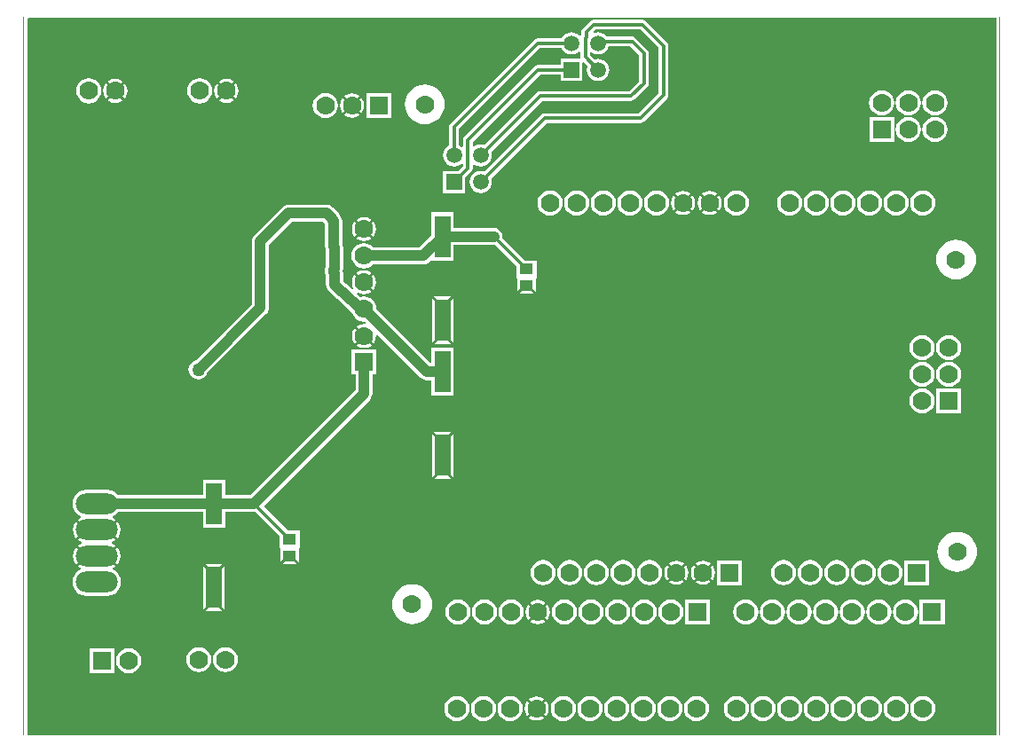
<source format=gtl>
G04 Layer_Physical_Order=1*
G04 Layer_Color=255*
%FSLAX25Y25*%
%MOIN*%
G70*
G01*
G75*
%ADD10R,0.05118X0.03937*%
%ADD11R,0.05906X0.15748*%
%ADD12R,0.05906X0.15748*%
%ADD13C,0.03937*%
%ADD14C,0.04000*%
%ADD15C,0.01200*%
%ADD16R,0.00000X2.69685*%
%ADD17R,0.00000X2.69685*%
%ADD18R,0.07000X0.07000*%
%ADD19C,0.07000*%
%ADD20C,0.07000*%
%ADD21C,0.05906*%
%ADD22R,0.05906X0.05906*%
%ADD23R,0.07000X0.07000*%
%ADD24O,0.15748X0.07874*%
%ADD25C,0.05000*%
G36*
X408414Y269291D02*
X408914Y269291D01*
Y-394D01*
X44924D01*
X44924Y-394D01*
Y268938D01*
X45278Y269291D01*
X408414Y269291D01*
D02*
G37*
%LPC*%
G36*
X236536Y50366D02*
X235361Y50211D01*
X234266Y49758D01*
X233726Y49343D01*
X236536Y46534D01*
X239345Y49343D01*
X238805Y49758D01*
X237710Y50211D01*
X236536Y50366D01*
D02*
G37*
G36*
X238583Y65371D02*
X237356Y65209D01*
X236212Y64735D01*
X235231Y63982D01*
X234477Y63000D01*
X234004Y61857D01*
X233842Y60630D01*
X234004Y59403D01*
X234477Y58260D01*
X235231Y57278D01*
X236212Y56524D01*
X237356Y56051D01*
X238583Y55889D01*
X239810Y56051D01*
X240953Y56524D01*
X241935Y57278D01*
X242688Y58260D01*
X243162Y59403D01*
X243323Y60630D01*
X243162Y61857D01*
X242688Y63000D01*
X241935Y63982D01*
X240953Y64735D01*
X239810Y65209D01*
X238583Y65371D01*
D02*
G37*
G36*
X240052Y48636D02*
X237243Y45827D01*
X240052Y43018D01*
X240466Y43557D01*
X240920Y44652D01*
X241074Y45827D01*
X240920Y47002D01*
X240466Y48096D01*
X240052Y48636D01*
D02*
G37*
G36*
X114961Y49490D02*
X111715Y46244D01*
X118206D01*
X114961Y49490D01*
D02*
G37*
G36*
X248583Y65371D02*
X247356Y65209D01*
X246213Y64735D01*
X245231Y63982D01*
X244477Y63000D01*
X244004Y61857D01*
X243842Y60630D01*
X244004Y59403D01*
X244477Y58260D01*
X245231Y57278D01*
X246213Y56524D01*
X247356Y56051D01*
X248583Y55889D01*
X249810Y56051D01*
X250953Y56524D01*
X251935Y57278D01*
X252688Y58260D01*
X253162Y59403D01*
X253323Y60630D01*
X253162Y61857D01*
X252688Y63000D01*
X251935Y63982D01*
X250953Y64735D01*
X249810Y65209D01*
X248583Y65371D01*
D02*
G37*
G36*
X278583D02*
X277356Y65209D01*
X276213Y64735D01*
X275231Y63982D01*
X274477Y63000D01*
X274004Y61857D01*
X273842Y60630D01*
X274004Y59403D01*
X274477Y58260D01*
X275231Y57278D01*
X276213Y56524D01*
X277356Y56051D01*
X278583Y55889D01*
X279810Y56051D01*
X280953Y56524D01*
X281935Y57278D01*
X282688Y58260D01*
X283162Y59403D01*
X283323Y60630D01*
X283162Y61857D01*
X282688Y63000D01*
X281935Y63982D01*
X280953Y64735D01*
X279810Y65209D01*
X278583Y65371D01*
D02*
G37*
G36*
X328898D02*
X327671Y65209D01*
X326527Y64735D01*
X325546Y63982D01*
X324792Y63000D01*
X324319Y61857D01*
X324157Y60630D01*
X324319Y59403D01*
X324792Y58260D01*
X325546Y57278D01*
X326527Y56524D01*
X327671Y56051D01*
X328898Y55889D01*
X330125Y56051D01*
X331268Y56524D01*
X332250Y57278D01*
X333003Y58260D01*
X333477Y59403D01*
X333638Y60630D01*
X333477Y61857D01*
X333003Y63000D01*
X332250Y63982D01*
X331268Y64735D01*
X330125Y65209D01*
X328898Y65371D01*
D02*
G37*
G36*
X258583D02*
X257356Y65209D01*
X256212Y64735D01*
X255231Y63982D01*
X254477Y63000D01*
X254004Y61857D01*
X253842Y60630D01*
X254004Y59403D01*
X254477Y58260D01*
X255231Y57278D01*
X256212Y56524D01*
X257356Y56051D01*
X258583Y55889D01*
X259810Y56051D01*
X260953Y56524D01*
X261935Y57278D01*
X262688Y58260D01*
X263162Y59403D01*
X263323Y60630D01*
X263162Y61857D01*
X262688Y63000D01*
X261935Y63982D01*
X260953Y64735D01*
X259810Y65209D01*
X258583Y65371D01*
D02*
G37*
G36*
X268583D02*
X267356Y65209D01*
X266213Y64735D01*
X265231Y63982D01*
X264477Y63000D01*
X264004Y61857D01*
X263842Y60630D01*
X264004Y59403D01*
X264477Y58260D01*
X265231Y57278D01*
X266213Y56524D01*
X267356Y56051D01*
X268583Y55889D01*
X269810Y56051D01*
X270953Y56524D01*
X271935Y57278D01*
X272688Y58260D01*
X273162Y59403D01*
X273323Y60630D01*
X273162Y61857D01*
X272688Y63000D01*
X271935Y63982D01*
X270953Y64735D01*
X269810Y65209D01*
X268583Y65371D01*
D02*
G37*
G36*
X364685Y50567D02*
X363458Y50406D01*
X362315Y49932D01*
X361333Y49179D01*
X360580Y48197D01*
X360106Y47054D01*
X359945Y45827D01*
X360106Y44600D01*
X360580Y43457D01*
X361333Y42475D01*
X362315Y41721D01*
X363458Y41248D01*
X364685Y41086D01*
X365912Y41248D01*
X367056Y41721D01*
X368037Y42475D01*
X368791Y43457D01*
X369264Y44600D01*
X369426Y45827D01*
X369264Y47054D01*
X368791Y48197D01*
X368037Y49179D01*
X367056Y49932D01*
X365912Y50406D01*
X364685Y50567D01*
D02*
G37*
G36*
X374685D02*
X373458Y50406D01*
X372315Y49932D01*
X371333Y49179D01*
X370580Y48197D01*
X370106Y47054D01*
X369945Y45827D01*
X370106Y44600D01*
X370580Y43457D01*
X371333Y42475D01*
X372315Y41721D01*
X373458Y41248D01*
X374685Y41086D01*
X375912Y41248D01*
X377056Y41721D01*
X378037Y42475D01*
X378791Y43457D01*
X379264Y44600D01*
X379426Y45827D01*
X379264Y47054D01*
X378791Y48197D01*
X378037Y49179D01*
X377056Y49932D01*
X375912Y50406D01*
X374685Y50567D01*
D02*
G37*
G36*
X344685D02*
X343458Y50406D01*
X342315Y49932D01*
X341333Y49179D01*
X340580Y48197D01*
X340106Y47054D01*
X339945Y45827D01*
X340106Y44600D01*
X340580Y43457D01*
X341333Y42475D01*
X342315Y41721D01*
X343458Y41248D01*
X344685Y41086D01*
X345912Y41248D01*
X347056Y41721D01*
X348037Y42475D01*
X348791Y43457D01*
X349264Y44600D01*
X349426Y45827D01*
X349264Y47054D01*
X348791Y48197D01*
X348037Y49179D01*
X347056Y49932D01*
X345912Y50406D01*
X344685Y50567D01*
D02*
G37*
G36*
X354685D02*
X353458Y50406D01*
X352315Y49932D01*
X351333Y49179D01*
X350580Y48197D01*
X350106Y47054D01*
X349945Y45827D01*
X350106Y44600D01*
X350580Y43457D01*
X351333Y42475D01*
X352315Y41721D01*
X353458Y41248D01*
X354685Y41086D01*
X355912Y41248D01*
X357055Y41721D01*
X358037Y42475D01*
X358791Y43457D01*
X359264Y44600D01*
X359426Y45827D01*
X359264Y47054D01*
X358791Y48197D01*
X358037Y49179D01*
X357055Y49932D01*
X355912Y50406D01*
X354685Y50567D01*
D02*
G37*
G36*
X301236Y50527D02*
X291836D01*
Y41127D01*
X301236D01*
Y50527D01*
D02*
G37*
G36*
X189370Y56305D02*
X187910Y56161D01*
X186505Y55735D01*
X185211Y55043D01*
X184077Y54112D01*
X183146Y52978D01*
X182454Y51684D01*
X182028Y50279D01*
X181884Y48819D01*
X182028Y47358D01*
X182454Y45954D01*
X183146Y44660D01*
X184077Y43525D01*
X185211Y42595D01*
X186505Y41903D01*
X187910Y41477D01*
X189370Y41333D01*
X190831Y41477D01*
X192235Y41903D01*
X193529Y42595D01*
X194664Y43525D01*
X195595Y44660D01*
X196286Y45954D01*
X196712Y47358D01*
X196856Y48819D01*
X196712Y50279D01*
X196286Y51684D01*
X195595Y52978D01*
X194664Y54112D01*
X193529Y55043D01*
X192235Y55735D01*
X190831Y56161D01*
X189370Y56305D01*
D02*
G37*
G36*
X233019Y48636D02*
X232605Y48096D01*
X232151Y47002D01*
X231997Y45827D01*
X232151Y44652D01*
X232605Y43557D01*
X233019Y43018D01*
X235828Y45827D01*
X233019Y48636D01*
D02*
G37*
G36*
X389385Y50527D02*
X379985D01*
Y41127D01*
X389385D01*
Y50527D01*
D02*
G37*
G36*
X236536Y45120D02*
X233726Y42310D01*
X234266Y41896D01*
X235361Y41443D01*
X236536Y41288D01*
X237710Y41443D01*
X238805Y41896D01*
X239345Y42310D01*
X236536Y45120D01*
D02*
G37*
G36*
X302099Y63439D02*
X299290Y60630D01*
X302099Y57821D01*
X302514Y58360D01*
X302967Y59455D01*
X303122Y60630D01*
X302967Y61805D01*
X302514Y62899D01*
X302099Y63439D01*
D02*
G37*
G36*
X118913Y63285D02*
X115314Y59686D01*
X114961Y60039D01*
X114607Y59686D01*
X111008Y63285D01*
Y46951D01*
X114607Y50550D01*
X114961Y50197D01*
X115314Y50550D01*
X118913Y46951D01*
Y63285D01*
D02*
G37*
G36*
X292099Y63439D02*
X289290Y60630D01*
X292099Y57821D01*
X292513Y58360D01*
X292967Y59455D01*
X293122Y60630D01*
X292967Y61805D01*
X292513Y62899D01*
X292099Y63439D01*
D02*
G37*
G36*
X295066D02*
X294652Y62899D01*
X294199Y61805D01*
X294044Y60630D01*
X294199Y59455D01*
X294652Y58360D01*
X295066Y57821D01*
X297876Y60630D01*
X295066Y63439D01*
D02*
G37*
G36*
X118206Y63992D02*
X111715D01*
X114961Y60747D01*
X118206Y63992D01*
D02*
G37*
G36*
X298583Y65169D02*
X297408Y65014D01*
X296313Y64561D01*
X295774Y64146D01*
X298583Y61337D01*
X301392Y64146D01*
X300852Y64561D01*
X299758Y65014D01*
X298583Y65169D01*
D02*
G37*
G36*
X63101Y70050D02*
X62617Y69419D01*
X62119Y68218D01*
X61950Y66929D01*
X62119Y65640D01*
X62617Y64439D01*
X63101Y63808D01*
X66222Y66929D01*
X63101Y70050D01*
D02*
G37*
G36*
X394094Y75990D02*
X392634Y75846D01*
X391230Y75420D01*
X389935Y74728D01*
X388801Y73797D01*
X387870Y72663D01*
X387178Y71369D01*
X386752Y69964D01*
X386608Y68504D01*
X386752Y67044D01*
X387178Y65639D01*
X387870Y64345D01*
X388801Y63210D01*
X389935Y62279D01*
X391230Y61588D01*
X392634Y61162D01*
X394094Y61018D01*
X395555Y61162D01*
X396959Y61588D01*
X398253Y62279D01*
X399388Y63210D01*
X400319Y64345D01*
X401011Y65639D01*
X401437Y67044D01*
X401580Y68504D01*
X401437Y69964D01*
X401011Y71369D01*
X400319Y72663D01*
X399388Y73797D01*
X398253Y74728D01*
X396959Y75420D01*
X395555Y75846D01*
X394094Y75990D01*
D02*
G37*
G36*
X288583Y65169D02*
X287408Y65014D01*
X286313Y64561D01*
X285773Y64146D01*
X288583Y61337D01*
X291392Y64146D01*
X290852Y64561D01*
X289757Y65014D01*
X288583Y65169D01*
D02*
G37*
G36*
X358898Y65371D02*
X357671Y65209D01*
X356527Y64735D01*
X355546Y63982D01*
X354792Y63000D01*
X354319Y61857D01*
X354157Y60630D01*
X354319Y59403D01*
X354792Y58260D01*
X355546Y57278D01*
X356527Y56524D01*
X357671Y56051D01*
X358898Y55889D01*
X360125Y56051D01*
X361268Y56524D01*
X362250Y57278D01*
X363003Y58260D01*
X363477Y59403D01*
X363638Y60630D01*
X363477Y61857D01*
X363003Y63000D01*
X362250Y63982D01*
X361268Y64735D01*
X360125Y65209D01*
X358898Y65371D01*
D02*
G37*
G36*
X368898D02*
X367671Y65209D01*
X366527Y64735D01*
X365546Y63982D01*
X364792Y63000D01*
X364319Y61857D01*
X364157Y60630D01*
X364319Y59403D01*
X364792Y58260D01*
X365546Y57278D01*
X366527Y56524D01*
X367671Y56051D01*
X368898Y55889D01*
X370125Y56051D01*
X371268Y56524D01*
X372250Y57278D01*
X373003Y58260D01*
X373477Y59403D01*
X373638Y60630D01*
X373477Y61857D01*
X373003Y63000D01*
X372250Y63982D01*
X371268Y64735D01*
X370125Y65209D01*
X368898Y65371D01*
D02*
G37*
G36*
X338898D02*
X337671Y65209D01*
X336527Y64735D01*
X335546Y63982D01*
X334792Y63000D01*
X334319Y61857D01*
X334157Y60630D01*
X334319Y59403D01*
X334792Y58260D01*
X335546Y57278D01*
X336527Y56524D01*
X337671Y56051D01*
X338898Y55889D01*
X340125Y56051D01*
X341268Y56524D01*
X342250Y57278D01*
X343003Y58260D01*
X343477Y59403D01*
X343638Y60630D01*
X343477Y61857D01*
X343003Y63000D01*
X342250Y63982D01*
X341268Y64735D01*
X340125Y65209D01*
X338898Y65371D01*
D02*
G37*
G36*
X348898D02*
X347671Y65209D01*
X346527Y64735D01*
X345546Y63982D01*
X344792Y63000D01*
X344319Y61857D01*
X344157Y60630D01*
X344319Y59403D01*
X344792Y58260D01*
X345546Y57278D01*
X346527Y56524D01*
X347671Y56051D01*
X348898Y55889D01*
X350125Y56051D01*
X351268Y56524D01*
X352250Y57278D01*
X353003Y58260D01*
X353477Y59403D01*
X353638Y60630D01*
X353477Y61857D01*
X353003Y63000D01*
X352250Y63982D01*
X351268Y64735D01*
X350125Y65209D01*
X348898Y65371D01*
D02*
G37*
G36*
X313283Y65330D02*
X303883D01*
Y55930D01*
X313283D01*
Y65330D01*
D02*
G37*
G36*
X298583Y59923D02*
X295774Y57113D01*
X296313Y56699D01*
X297408Y56246D01*
X298583Y56091D01*
X299758Y56246D01*
X300852Y56699D01*
X301392Y57113D01*
X298583Y59923D01*
D02*
G37*
G36*
X285066Y63439D02*
X284652Y62899D01*
X284199Y61805D01*
X284044Y60630D01*
X284199Y59455D01*
X284652Y58360D01*
X285066Y57821D01*
X287876Y60630D01*
X285066Y63439D01*
D02*
G37*
G36*
X383598Y65330D02*
X374198D01*
Y55930D01*
X383598D01*
Y65330D01*
D02*
G37*
G36*
X288583Y59923D02*
X285773Y57113D01*
X286313Y56699D01*
X287408Y56246D01*
X288583Y56091D01*
X289757Y56246D01*
X290852Y56699D01*
X291392Y57113D01*
X288583Y59923D01*
D02*
G37*
G36*
X331142Y14347D02*
X329915Y14185D01*
X328771Y13712D01*
X327790Y12958D01*
X327036Y11976D01*
X326563Y10833D01*
X326401Y9606D01*
X326563Y8379D01*
X327036Y7236D01*
X327790Y6254D01*
X328771Y5501D01*
X329915Y5027D01*
X331142Y4866D01*
X332369Y5027D01*
X333512Y5501D01*
X334494Y6254D01*
X335247Y7236D01*
X335721Y8379D01*
X335882Y9606D01*
X335721Y10833D01*
X335247Y11976D01*
X334494Y12958D01*
X333512Y13712D01*
X332369Y14185D01*
X331142Y14347D01*
D02*
G37*
G36*
X341142D02*
X339915Y14185D01*
X338772Y13712D01*
X337790Y12958D01*
X337036Y11976D01*
X336563Y10833D01*
X336401Y9606D01*
X336563Y8379D01*
X337036Y7236D01*
X337790Y6254D01*
X338772Y5501D01*
X339915Y5027D01*
X341142Y4866D01*
X342369Y5027D01*
X343512Y5501D01*
X344494Y6254D01*
X345247Y7236D01*
X345721Y8379D01*
X345882Y9606D01*
X345721Y10833D01*
X345247Y11976D01*
X344494Y12958D01*
X343512Y13712D01*
X342369Y14185D01*
X341142Y14347D01*
D02*
G37*
G36*
X311142D02*
X309915Y14185D01*
X308771Y13712D01*
X307790Y12958D01*
X307036Y11976D01*
X306563Y10833D01*
X306401Y9606D01*
X306563Y8379D01*
X307036Y7236D01*
X307790Y6254D01*
X308771Y5501D01*
X309915Y5027D01*
X311142Y4866D01*
X312369Y5027D01*
X313512Y5501D01*
X314494Y6254D01*
X315247Y7236D01*
X315721Y8379D01*
X315882Y9606D01*
X315721Y10833D01*
X315247Y11976D01*
X314494Y12958D01*
X313512Y13712D01*
X312369Y14185D01*
X311142Y14347D01*
D02*
G37*
G36*
X321142D02*
X319915Y14185D01*
X318772Y13712D01*
X317790Y12958D01*
X317036Y11976D01*
X316563Y10833D01*
X316401Y9606D01*
X316563Y8379D01*
X317036Y7236D01*
X317790Y6254D01*
X318772Y5501D01*
X319915Y5027D01*
X321142Y4866D01*
X322369Y5027D01*
X323512Y5501D01*
X324494Y6254D01*
X325247Y7236D01*
X325721Y8379D01*
X325882Y9606D01*
X325721Y10833D01*
X325247Y11976D01*
X324494Y12958D01*
X323512Y13712D01*
X322369Y14185D01*
X321142Y14347D01*
D02*
G37*
G36*
X351142D02*
X349915Y14185D01*
X348772Y13712D01*
X347790Y12958D01*
X347036Y11976D01*
X346563Y10833D01*
X346401Y9606D01*
X346563Y8379D01*
X347036Y7236D01*
X347790Y6254D01*
X348772Y5501D01*
X349915Y5027D01*
X351142Y4866D01*
X352369Y5027D01*
X353512Y5501D01*
X354494Y6254D01*
X355247Y7236D01*
X355721Y8379D01*
X355882Y9606D01*
X355721Y10833D01*
X355247Y11976D01*
X354494Y12958D01*
X353512Y13712D01*
X352369Y14185D01*
X351142Y14347D01*
D02*
G37*
G36*
X381142D02*
X379915Y14185D01*
X378771Y13712D01*
X377790Y12958D01*
X377036Y11976D01*
X376563Y10833D01*
X376401Y9606D01*
X376563Y8379D01*
X377036Y7236D01*
X377790Y6254D01*
X378771Y5501D01*
X379915Y5027D01*
X381142Y4866D01*
X382369Y5027D01*
X383512Y5501D01*
X384494Y6254D01*
X385247Y7236D01*
X385721Y8379D01*
X385882Y9606D01*
X385721Y10833D01*
X385247Y11976D01*
X384494Y12958D01*
X383512Y13712D01*
X382369Y14185D01*
X381142Y14347D01*
D02*
G37*
G36*
X236142Y8899D02*
X233332Y6090D01*
X233872Y5675D01*
X234967Y5222D01*
X236142Y5067D01*
X237316Y5222D01*
X238411Y5675D01*
X238951Y6090D01*
X236142Y8899D01*
D02*
G37*
G36*
X361142Y14347D02*
X359915Y14185D01*
X358771Y13712D01*
X357790Y12958D01*
X357036Y11976D01*
X356563Y10833D01*
X356401Y9606D01*
X356563Y8379D01*
X357036Y7236D01*
X357790Y6254D01*
X358771Y5501D01*
X359915Y5027D01*
X361142Y4866D01*
X362369Y5027D01*
X363512Y5501D01*
X364494Y6254D01*
X365247Y7236D01*
X365721Y8379D01*
X365882Y9606D01*
X365721Y10833D01*
X365247Y11976D01*
X364494Y12958D01*
X363512Y13712D01*
X362369Y14185D01*
X361142Y14347D01*
D02*
G37*
G36*
X371142D02*
X369915Y14185D01*
X368772Y13712D01*
X367790Y12958D01*
X367036Y11976D01*
X366563Y10833D01*
X366401Y9606D01*
X366563Y8379D01*
X367036Y7236D01*
X367790Y6254D01*
X368772Y5501D01*
X369915Y5027D01*
X371142Y4866D01*
X372369Y5027D01*
X373512Y5501D01*
X374494Y6254D01*
X375247Y7236D01*
X375721Y8379D01*
X375882Y9606D01*
X375721Y10833D01*
X375247Y11976D01*
X374494Y12958D01*
X373512Y13712D01*
X372369Y14185D01*
X371142Y14347D01*
D02*
G37*
G36*
X226142D02*
X224915Y14185D01*
X223772Y13712D01*
X222790Y12958D01*
X222036Y11976D01*
X221563Y10833D01*
X221401Y9606D01*
X221563Y8379D01*
X222036Y7236D01*
X222790Y6254D01*
X223772Y5501D01*
X224915Y5027D01*
X226142Y4866D01*
X227369Y5027D01*
X228512Y5501D01*
X229494Y6254D01*
X230247Y7236D01*
X230721Y8379D01*
X230882Y9606D01*
X230721Y10833D01*
X230247Y11976D01*
X229494Y12958D01*
X228512Y13712D01*
X227369Y14185D01*
X226142Y14347D01*
D02*
G37*
G36*
X246142D02*
X244915Y14185D01*
X243772Y13712D01*
X242790Y12958D01*
X242036Y11976D01*
X241563Y10833D01*
X241401Y9606D01*
X241563Y8379D01*
X242036Y7236D01*
X242790Y6254D01*
X243772Y5501D01*
X244915Y5027D01*
X246142Y4866D01*
X247369Y5027D01*
X248512Y5501D01*
X249494Y6254D01*
X250247Y7236D01*
X250721Y8379D01*
X250882Y9606D01*
X250721Y10833D01*
X250247Y11976D01*
X249494Y12958D01*
X248512Y13712D01*
X247369Y14185D01*
X246142Y14347D01*
D02*
G37*
G36*
X206142D02*
X204915Y14185D01*
X203771Y13712D01*
X202790Y12958D01*
X202036Y11976D01*
X201563Y10833D01*
X201401Y9606D01*
X201563Y8379D01*
X202036Y7236D01*
X202790Y6254D01*
X203771Y5501D01*
X204915Y5027D01*
X206142Y4866D01*
X207369Y5027D01*
X208512Y5501D01*
X209494Y6254D01*
X210247Y7236D01*
X210721Y8379D01*
X210882Y9606D01*
X210721Y10833D01*
X210247Y11976D01*
X209494Y12958D01*
X208512Y13712D01*
X207369Y14185D01*
X206142Y14347D01*
D02*
G37*
G36*
X216142D02*
X214915Y14185D01*
X213772Y13712D01*
X212790Y12958D01*
X212036Y11976D01*
X211563Y10833D01*
X211401Y9606D01*
X211563Y8379D01*
X212036Y7236D01*
X212790Y6254D01*
X213772Y5501D01*
X214915Y5027D01*
X216142Y4866D01*
X217369Y5027D01*
X218512Y5501D01*
X219494Y6254D01*
X220247Y7236D01*
X220721Y8379D01*
X220882Y9606D01*
X220721Y10833D01*
X220247Y11976D01*
X219494Y12958D01*
X218512Y13712D01*
X217369Y14185D01*
X216142Y14347D01*
D02*
G37*
G36*
X256142D02*
X254915Y14185D01*
X253771Y13712D01*
X252790Y12958D01*
X252036Y11976D01*
X251563Y10833D01*
X251401Y9606D01*
X251563Y8379D01*
X252036Y7236D01*
X252790Y6254D01*
X253771Y5501D01*
X254915Y5027D01*
X256142Y4866D01*
X257369Y5027D01*
X258512Y5501D01*
X259494Y6254D01*
X260247Y7236D01*
X260721Y8379D01*
X260882Y9606D01*
X260721Y10833D01*
X260247Y11976D01*
X259494Y12958D01*
X258512Y13712D01*
X257369Y14185D01*
X256142Y14347D01*
D02*
G37*
G36*
X286142D02*
X284915Y14185D01*
X283771Y13712D01*
X282790Y12958D01*
X282036Y11976D01*
X281563Y10833D01*
X281401Y9606D01*
X281563Y8379D01*
X282036Y7236D01*
X282790Y6254D01*
X283771Y5501D01*
X284915Y5027D01*
X286142Y4866D01*
X287369Y5027D01*
X288512Y5501D01*
X289494Y6254D01*
X290247Y7236D01*
X290721Y8379D01*
X290882Y9606D01*
X290721Y10833D01*
X290247Y11976D01*
X289494Y12958D01*
X288512Y13712D01*
X287369Y14185D01*
X286142Y14347D01*
D02*
G37*
G36*
X296142D02*
X294915Y14185D01*
X293772Y13712D01*
X292790Y12958D01*
X292036Y11976D01*
X291563Y10833D01*
X291401Y9606D01*
X291563Y8379D01*
X292036Y7236D01*
X292790Y6254D01*
X293772Y5501D01*
X294915Y5027D01*
X296142Y4866D01*
X297369Y5027D01*
X298512Y5501D01*
X299494Y6254D01*
X300247Y7236D01*
X300721Y8379D01*
X300882Y9606D01*
X300721Y10833D01*
X300247Y11976D01*
X299494Y12958D01*
X298512Y13712D01*
X297369Y14185D01*
X296142Y14347D01*
D02*
G37*
G36*
X266142D02*
X264915Y14185D01*
X263772Y13712D01*
X262790Y12958D01*
X262036Y11976D01*
X261563Y10833D01*
X261401Y9606D01*
X261563Y8379D01*
X262036Y7236D01*
X262790Y6254D01*
X263772Y5501D01*
X264915Y5027D01*
X266142Y4866D01*
X267369Y5027D01*
X268512Y5501D01*
X269494Y6254D01*
X270247Y7236D01*
X270721Y8379D01*
X270882Y9606D01*
X270721Y10833D01*
X270247Y11976D01*
X269494Y12958D01*
X268512Y13712D01*
X267369Y14185D01*
X266142Y14347D01*
D02*
G37*
G36*
X276142D02*
X274915Y14185D01*
X273772Y13712D01*
X272790Y12958D01*
X272036Y11976D01*
X271563Y10833D01*
X271401Y9606D01*
X271563Y8379D01*
X272036Y7236D01*
X272790Y6254D01*
X273772Y5501D01*
X274915Y5027D01*
X276142Y4866D01*
X277369Y5027D01*
X278512Y5501D01*
X279494Y6254D01*
X280247Y7236D01*
X280721Y8379D01*
X280882Y9606D01*
X280721Y10833D01*
X280247Y11976D01*
X279494Y12958D01*
X278512Y13712D01*
X277369Y14185D01*
X276142Y14347D01*
D02*
G37*
G36*
X256536Y50567D02*
X255309Y50406D01*
X254165Y49932D01*
X253184Y49179D01*
X252430Y48197D01*
X251957Y47054D01*
X251795Y45827D01*
X251957Y44600D01*
X252430Y43457D01*
X253184Y42475D01*
X254165Y41721D01*
X255309Y41248D01*
X256536Y41086D01*
X257763Y41248D01*
X258906Y41721D01*
X259888Y42475D01*
X260641Y43457D01*
X261115Y44600D01*
X261276Y45827D01*
X261115Y47054D01*
X260641Y48197D01*
X259888Y49179D01*
X258906Y49932D01*
X257763Y50406D01*
X256536Y50567D01*
D02*
G37*
G36*
X266536D02*
X265309Y50406D01*
X264165Y49932D01*
X263183Y49179D01*
X262430Y48197D01*
X261957Y47054D01*
X261795Y45827D01*
X261957Y44600D01*
X262430Y43457D01*
X263183Y42475D01*
X264165Y41721D01*
X265309Y41248D01*
X266536Y41086D01*
X267762Y41248D01*
X268906Y41721D01*
X269888Y42475D01*
X270641Y43457D01*
X271115Y44600D01*
X271276Y45827D01*
X271115Y47054D01*
X270641Y48197D01*
X269888Y49179D01*
X268906Y49932D01*
X267762Y50406D01*
X266536Y50567D01*
D02*
G37*
G36*
X226536D02*
X225309Y50406D01*
X224165Y49932D01*
X223183Y49179D01*
X222430Y48197D01*
X221957Y47054D01*
X221795Y45827D01*
X221957Y44600D01*
X222430Y43457D01*
X223183Y42475D01*
X224165Y41721D01*
X225309Y41248D01*
X226536Y41086D01*
X227763Y41248D01*
X228906Y41721D01*
X229888Y42475D01*
X230641Y43457D01*
X231115Y44600D01*
X231276Y45827D01*
X231115Y47054D01*
X230641Y48197D01*
X229888Y49179D01*
X228906Y49932D01*
X227763Y50406D01*
X226536Y50567D01*
D02*
G37*
G36*
X246536D02*
X245309Y50406D01*
X244165Y49932D01*
X243183Y49179D01*
X242430Y48197D01*
X241957Y47054D01*
X241795Y45827D01*
X241957Y44600D01*
X242430Y43457D01*
X243183Y42475D01*
X244165Y41721D01*
X245309Y41248D01*
X246536Y41086D01*
X247762Y41248D01*
X248906Y41721D01*
X249888Y42475D01*
X250641Y43457D01*
X251115Y44600D01*
X251276Y45827D01*
X251115Y47054D01*
X250641Y48197D01*
X249888Y49179D01*
X248906Y49932D01*
X247762Y50406D01*
X246536Y50567D01*
D02*
G37*
G36*
X276536D02*
X275309Y50406D01*
X274165Y49932D01*
X273183Y49179D01*
X272430Y48197D01*
X271957Y47054D01*
X271795Y45827D01*
X271957Y44600D01*
X272430Y43457D01*
X273183Y42475D01*
X274165Y41721D01*
X275309Y41248D01*
X276536Y41086D01*
X277763Y41248D01*
X278906Y41721D01*
X279888Y42475D01*
X280641Y43457D01*
X281115Y44600D01*
X281276Y45827D01*
X281115Y47054D01*
X280641Y48197D01*
X279888Y49179D01*
X278906Y49932D01*
X277763Y50406D01*
X276536Y50567D01*
D02*
G37*
G36*
X324685D02*
X323458Y50406D01*
X322315Y49932D01*
X321333Y49179D01*
X320580Y48197D01*
X320106Y47054D01*
X319945Y45827D01*
X320106Y44600D01*
X320580Y43457D01*
X321333Y42475D01*
X322315Y41721D01*
X323458Y41248D01*
X324685Y41086D01*
X325912Y41248D01*
X327056Y41721D01*
X328037Y42475D01*
X328791Y43457D01*
X329264Y44600D01*
X329426Y45827D01*
X329264Y47054D01*
X328791Y48197D01*
X328037Y49179D01*
X327056Y49932D01*
X325912Y50406D01*
X324685Y50567D01*
D02*
G37*
G36*
X334685D02*
X333458Y50406D01*
X332315Y49932D01*
X331333Y49179D01*
X330580Y48197D01*
X330106Y47054D01*
X329945Y45827D01*
X330106Y44600D01*
X330580Y43457D01*
X331333Y42475D01*
X332315Y41721D01*
X333458Y41248D01*
X334685Y41086D01*
X335912Y41248D01*
X337055Y41721D01*
X338037Y42475D01*
X338791Y43457D01*
X339264Y44600D01*
X339426Y45827D01*
X339264Y47054D01*
X338791Y48197D01*
X338037Y49179D01*
X337055Y49932D01*
X335912Y50406D01*
X334685Y50567D01*
D02*
G37*
G36*
X286536D02*
X285309Y50406D01*
X284165Y49932D01*
X283184Y49179D01*
X282430Y48197D01*
X281957Y47054D01*
X281795Y45827D01*
X281957Y44600D01*
X282430Y43457D01*
X283184Y42475D01*
X284165Y41721D01*
X285309Y41248D01*
X286536Y41086D01*
X287762Y41248D01*
X288906Y41721D01*
X289888Y42475D01*
X290641Y43457D01*
X291115Y44600D01*
X291276Y45827D01*
X291115Y47054D01*
X290641Y48197D01*
X289888Y49179D01*
X288906Y49932D01*
X287762Y50406D01*
X286536Y50567D01*
D02*
G37*
G36*
X314685D02*
X313458Y50406D01*
X312315Y49932D01*
X311333Y49179D01*
X310580Y48197D01*
X310106Y47054D01*
X309945Y45827D01*
X310106Y44600D01*
X310580Y43457D01*
X311333Y42475D01*
X312315Y41721D01*
X313458Y41248D01*
X314685Y41086D01*
X315912Y41248D01*
X317056Y41721D01*
X318037Y42475D01*
X318791Y43457D01*
X319264Y44600D01*
X319426Y45827D01*
X319264Y47054D01*
X318791Y48197D01*
X318037Y49179D01*
X317056Y49932D01*
X315912Y50406D01*
X314685Y50567D01*
D02*
G37*
G36*
X236142Y14145D02*
X234967Y13990D01*
X233872Y13537D01*
X233332Y13123D01*
X236142Y10313D01*
X238951Y13123D01*
X238411Y13537D01*
X237316Y13990D01*
X236142Y14145D01*
D02*
G37*
G36*
X82835Y32300D02*
X81608Y32138D01*
X80464Y31664D01*
X79483Y30911D01*
X78729Y29929D01*
X78256Y28786D01*
X78094Y27559D01*
X78256Y26332D01*
X78729Y25189D01*
X79483Y24207D01*
X80464Y23454D01*
X81608Y22980D01*
X82835Y22818D01*
X84061Y22980D01*
X85205Y23454D01*
X86187Y24207D01*
X86940Y25189D01*
X87414Y26332D01*
X87575Y27559D01*
X87414Y28786D01*
X86940Y29929D01*
X86187Y30911D01*
X85205Y31664D01*
X84061Y32138D01*
X82835Y32300D01*
D02*
G37*
G36*
X232625Y12416D02*
X232211Y11876D01*
X231758Y10781D01*
X231603Y9606D01*
X231758Y8432D01*
X232211Y7337D01*
X232625Y6797D01*
X235435Y9606D01*
X232625Y12416D01*
D02*
G37*
G36*
X239658D02*
X236849Y9606D01*
X239658Y6797D01*
X240072Y7337D01*
X240526Y8432D01*
X240681Y9606D01*
X240526Y10781D01*
X240072Y11876D01*
X239658Y12416D01*
D02*
G37*
G36*
X77535Y32259D02*
X68135D01*
Y22859D01*
X77535D01*
Y32259D01*
D02*
G37*
G36*
X206536Y50567D02*
X205309Y50406D01*
X204165Y49932D01*
X203184Y49179D01*
X202430Y48197D01*
X201957Y47054D01*
X201795Y45827D01*
X201957Y44600D01*
X202430Y43457D01*
X203184Y42475D01*
X204165Y41721D01*
X205309Y41248D01*
X206536Y41086D01*
X207763Y41248D01*
X208906Y41721D01*
X209888Y42475D01*
X210641Y43457D01*
X211115Y44600D01*
X211276Y45827D01*
X211115Y47054D01*
X210641Y48197D01*
X209888Y49179D01*
X208906Y49932D01*
X207763Y50406D01*
X206536Y50567D01*
D02*
G37*
G36*
X216536D02*
X215309Y50406D01*
X214165Y49932D01*
X213183Y49179D01*
X212430Y48197D01*
X211957Y47054D01*
X211795Y45827D01*
X211957Y44600D01*
X212430Y43457D01*
X213183Y42475D01*
X214165Y41721D01*
X215309Y41248D01*
X216536Y41086D01*
X217762Y41248D01*
X218906Y41721D01*
X219888Y42475D01*
X220641Y43457D01*
X221115Y44600D01*
X221276Y45827D01*
X221115Y47054D01*
X220641Y48197D01*
X219888Y49179D01*
X218906Y49932D01*
X217762Y50406D01*
X216536Y50567D01*
D02*
G37*
G36*
X109173Y32693D02*
X107946Y32532D01*
X106803Y32058D01*
X105821Y31305D01*
X105068Y30323D01*
X104594Y29180D01*
X104433Y27953D01*
X104594Y26726D01*
X105068Y25583D01*
X105821Y24601D01*
X106803Y23847D01*
X107946Y23374D01*
X109173Y23212D01*
X110400Y23374D01*
X111544Y23847D01*
X112525Y24601D01*
X113279Y25583D01*
X113752Y26726D01*
X113914Y27953D01*
X113752Y29180D01*
X113279Y30323D01*
X112525Y31305D01*
X111544Y32058D01*
X110400Y32532D01*
X109173Y32693D01*
D02*
G37*
G36*
X119173D02*
X117946Y32532D01*
X116803Y32058D01*
X115821Y31305D01*
X115068Y30323D01*
X114594Y29180D01*
X114433Y27953D01*
X114594Y26726D01*
X115068Y25583D01*
X115821Y24601D01*
X116803Y23847D01*
X117946Y23374D01*
X119173Y23212D01*
X120400Y23374D01*
X121544Y23847D01*
X122525Y24601D01*
X123279Y25583D01*
X123752Y26726D01*
X123914Y27953D01*
X123752Y29180D01*
X123279Y30323D01*
X122525Y31305D01*
X121544Y32058D01*
X120400Y32532D01*
X119173Y32693D01*
D02*
G37*
G36*
X275984Y268371D02*
X257480D01*
X256778Y268231D01*
X256183Y267833D01*
X253427Y265077D01*
X253029Y264482D01*
X252889Y263779D01*
Y262625D01*
X252829Y262536D01*
X252248Y262480D01*
X252239Y262484D01*
X252174Y262568D01*
X251307Y263234D01*
X250297Y263652D01*
X249213Y263795D01*
X248129Y263652D01*
X247118Y263234D01*
X246251Y262568D01*
X245585Y261701D01*
X245478Y261442D01*
X236378D01*
X235676Y261302D01*
X235080Y260904D01*
X203820Y229644D01*
X203422Y229049D01*
X203283Y228346D01*
Y221215D01*
X203024Y221108D01*
X202156Y220442D01*
X201491Y219575D01*
X201072Y218564D01*
X200929Y217480D01*
X201072Y216396D01*
X201491Y215386D01*
X202156Y214519D01*
X203024Y213853D01*
X204034Y213435D01*
X205118Y213292D01*
X206202Y213435D01*
X207212Y213853D01*
X207901Y214381D01*
X208401Y214151D01*
Y213359D01*
X206675Y211633D01*
X200965D01*
Y203328D01*
X209271D01*
Y209038D01*
X211534Y211301D01*
X211932Y211896D01*
X212071Y212598D01*
Y213953D01*
X212572Y214200D01*
X213024Y213853D01*
X214034Y213435D01*
X215118Y213292D01*
X216202Y213435D01*
X217212Y213853D01*
X218080Y214519D01*
X218745Y215386D01*
X219164Y216396D01*
X219307Y217480D01*
X219164Y218564D01*
X219057Y218824D01*
X238162Y237929D01*
X271654D01*
X272356Y238068D01*
X272951Y238466D01*
X277676Y243191D01*
X278074Y243786D01*
X278213Y244488D01*
Y255906D01*
X278074Y256608D01*
X277676Y257203D01*
X273345Y261534D01*
X272750Y261932D01*
X272047Y262071D01*
X262555D01*
X262174Y262568D01*
X261307Y263234D01*
X260297Y263652D01*
X259213Y263795D01*
X258128Y263652D01*
X257738Y263490D01*
X257454Y263914D01*
X258241Y264700D01*
X275224D01*
X282023Y257901D01*
Y240918D01*
X274437Y233331D01*
X239134D01*
X238432Y233192D01*
X237836Y232794D01*
X216461Y211419D01*
X216202Y211526D01*
X215118Y211669D01*
X214034Y211526D01*
X213024Y211108D01*
X212156Y210442D01*
X211491Y209575D01*
X211072Y208564D01*
X210929Y207480D01*
X211072Y206396D01*
X211491Y205386D01*
X212156Y204519D01*
X213024Y203853D01*
X214034Y203434D01*
X215118Y203292D01*
X216202Y203434D01*
X217212Y203853D01*
X218080Y204519D01*
X218745Y205386D01*
X219164Y206396D01*
X219307Y207480D01*
X219164Y208564D01*
X219057Y208823D01*
X239894Y229661D01*
X275197D01*
X275899Y229801D01*
X276495Y230198D01*
X285156Y238860D01*
X285554Y239455D01*
X285694Y240158D01*
Y258661D01*
X285554Y259364D01*
X285156Y259959D01*
X277282Y267833D01*
X276687Y268231D01*
X276570Y268254D01*
X275984Y268371D01*
D02*
G37*
G36*
X375748Y231906D02*
X374521Y231744D01*
X373378Y231271D01*
X372396Y230517D01*
X371642Y229536D01*
X371169Y228392D01*
X371007Y227165D01*
X371169Y225938D01*
X371642Y224795D01*
X372396Y223813D01*
X373378Y223060D01*
X374521Y222586D01*
X375748Y222425D01*
X376975Y222586D01*
X378118Y223060D01*
X379100Y223813D01*
X379853Y224795D01*
X380327Y225938D01*
X380488Y227165D01*
X380327Y228392D01*
X379853Y229536D01*
X379100Y230517D01*
X378118Y231271D01*
X376975Y231744D01*
X375748Y231906D01*
D02*
G37*
G36*
X291142Y204145D02*
X289967Y203990D01*
X288872Y203537D01*
X288333Y203123D01*
X291142Y200313D01*
X293951Y203123D01*
X293411Y203537D01*
X292317Y203990D01*
X291142Y204145D01*
D02*
G37*
G36*
X301142D02*
X299967Y203990D01*
X298872Y203537D01*
X298333Y203123D01*
X301142Y200313D01*
X303951Y203123D01*
X303411Y203537D01*
X302316Y203990D01*
X301142Y204145D01*
D02*
G37*
G36*
X194095Y244100D02*
X192634Y243956D01*
X191230Y243530D01*
X189936Y242839D01*
X188801Y241908D01*
X187870Y240773D01*
X187178Y239479D01*
X186752Y238075D01*
X186608Y236614D01*
X186752Y235154D01*
X187178Y233749D01*
X187870Y232455D01*
X188801Y231321D01*
X189936Y230390D01*
X191230Y229698D01*
X192634Y229272D01*
X194095Y229128D01*
X195555Y229272D01*
X196959Y229698D01*
X198254Y230390D01*
X199388Y231321D01*
X200319Y232455D01*
X201011Y233749D01*
X201437Y235154D01*
X201581Y236614D01*
X201437Y238075D01*
X201011Y239479D01*
X200319Y240773D01*
X199388Y241908D01*
X198254Y242839D01*
X196959Y243530D01*
X195555Y243956D01*
X194095Y244100D01*
D02*
G37*
G36*
X156772Y240961D02*
X155545Y240800D01*
X154401Y240326D01*
X153419Y239573D01*
X152666Y238591D01*
X152192Y237448D01*
X152031Y236221D01*
X152192Y234994D01*
X152666Y233850D01*
X153419Y232869D01*
X154401Y232115D01*
X155545Y231642D01*
X156772Y231480D01*
X157999Y231642D01*
X159142Y232115D01*
X160124Y232869D01*
X160877Y233850D01*
X161351Y234994D01*
X161512Y236221D01*
X161351Y237448D01*
X160877Y238591D01*
X160124Y239573D01*
X159142Y240326D01*
X157999Y240800D01*
X156772Y240961D01*
D02*
G37*
G36*
X385748Y231906D02*
X384521Y231744D01*
X383378Y231271D01*
X382396Y230517D01*
X381643Y229536D01*
X381169Y228392D01*
X381007Y227165D01*
X381169Y225938D01*
X381643Y224795D01*
X382396Y223813D01*
X383378Y223060D01*
X384521Y222586D01*
X385748Y222425D01*
X386975Y222586D01*
X388118Y223060D01*
X389100Y223813D01*
X389853Y224795D01*
X390327Y225938D01*
X390489Y227165D01*
X390327Y228392D01*
X389853Y229536D01*
X389100Y230517D01*
X388118Y231271D01*
X386975Y231744D01*
X385748Y231906D01*
D02*
G37*
G36*
X370448Y231865D02*
X361048D01*
Y222465D01*
X370448D01*
Y231865D01*
D02*
G37*
G36*
X304658Y202416D02*
X301849Y199606D01*
X304658Y196797D01*
X305072Y197337D01*
X305526Y198432D01*
X305681Y199606D01*
X305526Y200781D01*
X305072Y201876D01*
X304658Y202416D01*
D02*
G37*
G36*
X381142Y204347D02*
X379915Y204185D01*
X378771Y203712D01*
X377790Y202958D01*
X377036Y201976D01*
X376563Y200833D01*
X376401Y199606D01*
X376563Y198379D01*
X377036Y197236D01*
X377790Y196254D01*
X378771Y195501D01*
X379915Y195027D01*
X381142Y194866D01*
X382369Y195027D01*
X383512Y195501D01*
X384494Y196254D01*
X385247Y197236D01*
X385721Y198379D01*
X385882Y199606D01*
X385721Y200833D01*
X385247Y201976D01*
X384494Y202958D01*
X383512Y203712D01*
X382369Y204185D01*
X381142Y204347D01*
D02*
G37*
G36*
X291142Y198899D02*
X288333Y196090D01*
X288872Y195676D01*
X289967Y195222D01*
X291142Y195067D01*
X292317Y195222D01*
X293411Y195676D01*
X293951Y196090D01*
X291142Y198899D01*
D02*
G37*
G36*
X361142Y204347D02*
X359915Y204185D01*
X358771Y203712D01*
X357790Y202958D01*
X357036Y201976D01*
X356563Y200833D01*
X356401Y199606D01*
X356563Y198379D01*
X357036Y197236D01*
X357790Y196254D01*
X358771Y195501D01*
X359915Y195027D01*
X361142Y194866D01*
X362369Y195027D01*
X363512Y195501D01*
X364494Y196254D01*
X365247Y197236D01*
X365721Y198379D01*
X365882Y199606D01*
X365721Y200833D01*
X365247Y201976D01*
X364494Y202958D01*
X363512Y203712D01*
X362369Y204185D01*
X361142Y204347D01*
D02*
G37*
G36*
X371142D02*
X369915Y204185D01*
X368772Y203712D01*
X367790Y202958D01*
X367036Y201976D01*
X366563Y200833D01*
X366401Y199606D01*
X366563Y198379D01*
X367036Y197236D01*
X367790Y196254D01*
X368772Y195501D01*
X369915Y195027D01*
X371142Y194866D01*
X372369Y195027D01*
X373512Y195501D01*
X374494Y196254D01*
X375247Y197236D01*
X375721Y198379D01*
X375882Y199606D01*
X375721Y200833D01*
X375247Y201976D01*
X374494Y202958D01*
X373512Y203712D01*
X372369Y204185D01*
X371142Y204347D01*
D02*
G37*
G36*
X294658Y202416D02*
X291849Y199606D01*
X294658Y196797D01*
X295073Y197337D01*
X295526Y198432D01*
X295681Y199606D01*
X295526Y200781D01*
X295073Y201876D01*
X294658Y202416D01*
D02*
G37*
G36*
X297625D02*
X297211Y201876D01*
X296758Y200781D01*
X296603Y199606D01*
X296758Y198432D01*
X297211Y197337D01*
X297625Y196797D01*
X300435Y199606D01*
X297625Y202416D01*
D02*
G37*
G36*
X301142Y198899D02*
X298333Y196090D01*
X298872Y195676D01*
X299967Y195222D01*
X301142Y195067D01*
X302316Y195222D01*
X303411Y195676D01*
X303951Y196090D01*
X301142Y198899D01*
D02*
G37*
G36*
X287625Y202416D02*
X287211Y201876D01*
X286758Y200781D01*
X286603Y199606D01*
X286758Y198432D01*
X287211Y197337D01*
X287625Y196797D01*
X290435Y199606D01*
X287625Y202416D01*
D02*
G37*
G36*
X181472Y240920D02*
X172072D01*
Y231521D01*
X181472D01*
Y240920D01*
D02*
G37*
G36*
X74318Y244542D02*
X73904Y244002D01*
X73450Y242907D01*
X73296Y241732D01*
X73450Y240558D01*
X73904Y239463D01*
X74318Y238923D01*
X77127Y241732D01*
X74318Y244542D01*
D02*
G37*
G36*
X81351D02*
X78542Y241732D01*
X81351Y238923D01*
X81765Y239463D01*
X82219Y240558D01*
X82373Y241732D01*
X82219Y242907D01*
X81765Y244002D01*
X81351Y244542D01*
D02*
G37*
G36*
X77835Y241025D02*
X75025Y238216D01*
X75565Y237802D01*
X76660Y237348D01*
X77835Y237193D01*
X79009Y237348D01*
X80104Y237802D01*
X80644Y238216D01*
X77835Y241025D01*
D02*
G37*
G36*
X119567D02*
X116758Y238216D01*
X117297Y237802D01*
X118392Y237348D01*
X119567Y237193D01*
X120742Y237348D01*
X121836Y237802D01*
X122376Y238216D01*
X119567Y241025D01*
D02*
G37*
G36*
X77835Y246271D02*
X76660Y246116D01*
X75565Y245663D01*
X75025Y245249D01*
X77835Y242439D01*
X80644Y245249D01*
X80104Y245663D01*
X79009Y246116D01*
X77835Y246271D01*
D02*
G37*
G36*
X119567D02*
X118392Y246116D01*
X117297Y245663D01*
X116758Y245249D01*
X119567Y242439D01*
X122376Y245249D01*
X121836Y245663D01*
X120742Y246116D01*
X119567Y246271D01*
D02*
G37*
G36*
X116051Y244542D02*
X115636Y244002D01*
X115183Y242907D01*
X115028Y241732D01*
X115183Y240558D01*
X115636Y239463D01*
X116051Y238923D01*
X118860Y241732D01*
X116051Y244542D01*
D02*
G37*
G36*
X123083D02*
X120274Y241732D01*
X123083Y238923D01*
X123498Y239463D01*
X123951Y240558D01*
X124106Y241732D01*
X123951Y242907D01*
X123498Y244002D01*
X123083Y244542D01*
D02*
G37*
G36*
X109567Y246473D02*
X108340Y246311D01*
X107197Y245838D01*
X106215Y245084D01*
X105462Y244103D01*
X104988Y242959D01*
X104826Y241732D01*
X104988Y240505D01*
X105462Y239362D01*
X106215Y238380D01*
X107197Y237627D01*
X108340Y237153D01*
X109567Y236992D01*
X110794Y237153D01*
X111937Y237627D01*
X112919Y238380D01*
X113672Y239362D01*
X114146Y240505D01*
X114307Y241732D01*
X114146Y242959D01*
X113672Y244103D01*
X112919Y245084D01*
X111937Y245838D01*
X110794Y246311D01*
X109567Y246473D01*
D02*
G37*
G36*
X375748Y241906D02*
X374521Y241744D01*
X373378Y241271D01*
X372396Y240517D01*
X371642Y239536D01*
X371169Y238392D01*
X371007Y237165D01*
X371169Y235938D01*
X371642Y234795D01*
X372396Y233813D01*
X373378Y233060D01*
X374521Y232586D01*
X375748Y232425D01*
X376975Y232586D01*
X378118Y233060D01*
X379100Y233813D01*
X379853Y234795D01*
X380327Y235938D01*
X380488Y237165D01*
X380327Y238392D01*
X379853Y239536D01*
X379100Y240517D01*
X378118Y241271D01*
X376975Y241744D01*
X375748Y241906D01*
D02*
G37*
G36*
X385748D02*
X384521Y241744D01*
X383378Y241271D01*
X382396Y240517D01*
X381643Y239536D01*
X381169Y238392D01*
X381007Y237165D01*
X381169Y235938D01*
X381643Y234795D01*
X382396Y233813D01*
X383378Y233060D01*
X384521Y232586D01*
X385748Y232425D01*
X386975Y232586D01*
X388118Y233060D01*
X389100Y233813D01*
X389853Y234795D01*
X390327Y235938D01*
X390489Y237165D01*
X390327Y238392D01*
X389853Y239536D01*
X389100Y240517D01*
X388118Y241271D01*
X386975Y241744D01*
X385748Y241906D01*
D02*
G37*
G36*
X166772Y235513D02*
X163962Y232704D01*
X164502Y232290D01*
X165597Y231836D01*
X166772Y231682D01*
X167946Y231836D01*
X169041Y232290D01*
X169581Y232704D01*
X166772Y235513D01*
D02*
G37*
G36*
X365748Y241906D02*
X364521Y241744D01*
X363378Y241271D01*
X362396Y240517D01*
X361643Y239536D01*
X361169Y238392D01*
X361007Y237165D01*
X361169Y235938D01*
X361643Y234795D01*
X362396Y233813D01*
X363378Y233060D01*
X364521Y232586D01*
X365748Y232425D01*
X366975Y232586D01*
X368118Y233060D01*
X369100Y233813D01*
X369853Y234795D01*
X370327Y235938D01*
X370489Y237165D01*
X370327Y238392D01*
X369853Y239536D01*
X369100Y240517D01*
X368118Y241271D01*
X366975Y241744D01*
X365748Y241906D01*
D02*
G37*
G36*
X166772Y240759D02*
X165597Y240605D01*
X164502Y240151D01*
X163962Y239737D01*
X166772Y236928D01*
X169581Y239737D01*
X169041Y240151D01*
X167946Y240605D01*
X166772Y240759D01*
D02*
G37*
G36*
X67835Y246473D02*
X66608Y246311D01*
X65464Y245838D01*
X64482Y245084D01*
X63729Y244103D01*
X63256Y242959D01*
X63094Y241732D01*
X63256Y240505D01*
X63729Y239362D01*
X64482Y238380D01*
X65464Y237627D01*
X66608Y237153D01*
X67835Y236992D01*
X69061Y237153D01*
X70205Y237627D01*
X71187Y238380D01*
X71940Y239362D01*
X72414Y240505D01*
X72575Y241732D01*
X72414Y242959D01*
X71940Y244103D01*
X71187Y245084D01*
X70205Y245838D01*
X69061Y246311D01*
X67835Y246473D01*
D02*
G37*
G36*
X163255Y239030D02*
X162841Y238490D01*
X162387Y237395D01*
X162233Y236221D01*
X162387Y235046D01*
X162841Y233951D01*
X163255Y233411D01*
X166065Y236221D01*
X163255Y239030D01*
D02*
G37*
G36*
X170288D02*
X167479Y236221D01*
X170288Y233411D01*
X170702Y233951D01*
X171156Y235046D01*
X171310Y236221D01*
X171156Y237395D01*
X170702Y238490D01*
X170288Y239030D01*
D02*
G37*
G36*
X351142Y204347D02*
X349915Y204185D01*
X348772Y203712D01*
X347790Y202958D01*
X347036Y201976D01*
X346563Y200833D01*
X346401Y199606D01*
X346563Y198379D01*
X347036Y197236D01*
X347790Y196254D01*
X348772Y195501D01*
X349915Y195027D01*
X351142Y194866D01*
X352369Y195027D01*
X353512Y195501D01*
X354494Y196254D01*
X355247Y197236D01*
X355721Y198379D01*
X355882Y199606D01*
X355721Y200833D01*
X355247Y201976D01*
X354494Y202958D01*
X353512Y203712D01*
X352369Y204185D01*
X351142Y204347D01*
D02*
G37*
G36*
X380945Y149937D02*
X379718Y149776D01*
X378574Y149302D01*
X377593Y148549D01*
X376839Y147567D01*
X376366Y146424D01*
X376204Y145197D01*
X376366Y143970D01*
X376839Y142827D01*
X377593Y141845D01*
X378574Y141091D01*
X379718Y140618D01*
X380945Y140456D01*
X382172Y140618D01*
X383315Y141091D01*
X384297Y141845D01*
X385050Y142827D01*
X385524Y143970D01*
X385685Y145197D01*
X385524Y146424D01*
X385050Y147567D01*
X384297Y148549D01*
X383315Y149302D01*
X382172Y149776D01*
X380945Y149937D01*
D02*
G37*
G36*
X390945D02*
X389718Y149776D01*
X388575Y149302D01*
X387593Y148549D01*
X386839Y147567D01*
X386366Y146424D01*
X386204Y145197D01*
X386366Y143970D01*
X386839Y142827D01*
X387593Y141845D01*
X388575Y141091D01*
X389718Y140618D01*
X390945Y140456D01*
X392172Y140618D01*
X393315Y141091D01*
X394297Y141845D01*
X395050Y142827D01*
X395524Y143970D01*
X395685Y145197D01*
X395524Y146424D01*
X395050Y147567D01*
X394297Y148549D01*
X393315Y149302D01*
X392172Y149776D01*
X390945Y149937D01*
D02*
G37*
G36*
X380945Y139937D02*
X379718Y139776D01*
X378574Y139302D01*
X377593Y138549D01*
X376839Y137567D01*
X376366Y136424D01*
X376204Y135197D01*
X376366Y133970D01*
X376839Y132827D01*
X377593Y131845D01*
X378574Y131091D01*
X379718Y130618D01*
X380945Y130456D01*
X382172Y130618D01*
X383315Y131091D01*
X384297Y131845D01*
X385050Y132827D01*
X385524Y133970D01*
X385685Y135197D01*
X385524Y136424D01*
X385050Y137567D01*
X384297Y138549D01*
X383315Y139302D01*
X382172Y139776D01*
X380945Y139937D01*
D02*
G37*
G36*
X390945D02*
X389718Y139776D01*
X388575Y139302D01*
X387593Y138549D01*
X386839Y137567D01*
X386366Y136424D01*
X386204Y135197D01*
X386366Y133970D01*
X386839Y132827D01*
X387593Y131845D01*
X388575Y131091D01*
X389718Y130618D01*
X390945Y130456D01*
X392172Y130618D01*
X393315Y131091D01*
X394297Y131845D01*
X395050Y132827D01*
X395524Y133970D01*
X395685Y135197D01*
X395524Y136424D01*
X395050Y137567D01*
X394297Y138549D01*
X393315Y139302D01*
X392172Y139776D01*
X390945Y139937D01*
D02*
G37*
G36*
X171260Y148899D02*
X168450Y146090D01*
X168990Y145676D01*
X170085Y145222D01*
X171260Y145068D01*
X172435Y145222D01*
X173529Y145676D01*
X174069Y146090D01*
X171260Y148899D01*
D02*
G37*
G36*
X204740Y163679D02*
X201141Y160080D01*
X200787Y160433D01*
X200434Y160080D01*
X196835Y163679D01*
Y147345D01*
X200434Y150944D01*
X200787Y150591D01*
X201141Y150944D01*
X204740Y147345D01*
Y163679D01*
D02*
G37*
G36*
X204033Y164386D02*
X197542D01*
X200787Y161140D01*
X204033Y164386D01*
D02*
G37*
G36*
X200787Y149883D02*
X197542Y146638D01*
X204033D01*
X200787Y149883D01*
D02*
G37*
G36*
X167743Y152416D02*
X167329Y151876D01*
X166876Y150781D01*
X166721Y149606D01*
X166876Y148432D01*
X167329Y147337D01*
X167743Y146797D01*
X170553Y149606D01*
X167743Y152416D01*
D02*
G37*
G36*
X78631Y79893D02*
X75510Y76772D01*
X78631Y73651D01*
X79116Y74282D01*
X79613Y75483D01*
X79783Y76772D01*
X79613Y78061D01*
X79116Y79261D01*
X78631Y79893D01*
D02*
G37*
G36*
X175960Y144464D02*
X166560D01*
Y135064D01*
X168064D01*
Y129277D01*
X128597Y89810D01*
X119113D01*
Y95688D01*
X110808D01*
Y89810D01*
X78826D01*
X78467Y90278D01*
X77394Y91101D01*
X76144Y91619D01*
X74803Y91796D01*
X66929D01*
X65588Y91619D01*
X64338Y91101D01*
X63265Y90278D01*
X62442Y89205D01*
X61924Y87955D01*
X61748Y86614D01*
X61924Y85273D01*
X62442Y84024D01*
X63265Y82951D01*
X64338Y82127D01*
X64995Y81855D01*
Y81314D01*
X64439Y81084D01*
X63808Y80600D01*
X67283Y77125D01*
X66929Y76772D01*
X67283Y76418D01*
X63808Y72944D01*
X64439Y72459D01*
X65256Y72121D01*
Y71580D01*
X64439Y71241D01*
X63808Y70757D01*
X67283Y67283D01*
X66929Y66929D01*
X67283Y66575D01*
X63808Y63101D01*
X64439Y62617D01*
X64994Y62387D01*
Y61845D01*
X64338Y61574D01*
X63265Y60750D01*
X62442Y59677D01*
X61924Y58428D01*
X61748Y57087D01*
X61924Y55746D01*
X62442Y54496D01*
X63265Y53423D01*
X64338Y52600D01*
X65588Y52082D01*
X66929Y51905D01*
X74803D01*
X76144Y52082D01*
X77394Y52600D01*
X78467Y53423D01*
X79290Y54496D01*
X79808Y55746D01*
X79984Y57087D01*
X79808Y58428D01*
X79290Y59677D01*
X78467Y60750D01*
X77394Y61574D01*
X76738Y61845D01*
Y62387D01*
X77293Y62617D01*
X77924Y63101D01*
X74450Y66575D01*
X74803Y66929D01*
X74450Y67283D01*
X77924Y70757D01*
X77293Y71241D01*
X76476Y71580D01*
Y72121D01*
X77293Y72459D01*
X77924Y72944D01*
X74450Y76418D01*
X74803Y76772D01*
X74450Y77125D01*
X77924Y80600D01*
X77293Y81084D01*
X76738Y81314D01*
Y81855D01*
X77394Y82127D01*
X78467Y82951D01*
X78826Y83418D01*
X110808D01*
Y77540D01*
X119113D01*
Y83418D01*
X129921D01*
X130452Y83488D01*
X139548Y74392D01*
X139548Y70060D01*
X139748Y69643D01*
Y64668D01*
X142363Y67283D01*
X143070Y66576D01*
X140455Y63961D01*
X146159D01*
X143544Y66576D01*
X144251Y67283D01*
X146866Y64668D01*
Y69643D01*
X147066Y70060D01*
X147066Y70315D01*
Y76397D01*
X142734D01*
X133729Y85402D01*
Y85902D01*
X173520Y125693D01*
X174028Y126355D01*
X174347Y127126D01*
X174456Y127953D01*
Y135064D01*
X175960D01*
Y144464D01*
D02*
G37*
G36*
X78631Y70050D02*
X75510Y66929D01*
X78631Y63808D01*
X79116Y64439D01*
X79613Y65640D01*
X79783Y66929D01*
X79613Y68218D01*
X79116Y69419D01*
X78631Y70050D01*
D02*
G37*
G36*
X63101Y79893D02*
X62617Y79261D01*
X62119Y78061D01*
X61950Y76772D01*
X62119Y75483D01*
X62617Y74282D01*
X63101Y73651D01*
X66222Y76772D01*
X63101Y79893D01*
D02*
G37*
G36*
X200787Y99096D02*
X197542Y95850D01*
X204033D01*
X200787Y99096D01*
D02*
G37*
G36*
X380945Y129937D02*
X379718Y129776D01*
X378574Y129302D01*
X377593Y128549D01*
X376839Y127567D01*
X376366Y126424D01*
X376204Y125197D01*
X376366Y123970D01*
X376839Y122827D01*
X377593Y121845D01*
X378574Y121091D01*
X379718Y120618D01*
X380945Y120456D01*
X382172Y120618D01*
X383315Y121091D01*
X384297Y121845D01*
X385050Y122827D01*
X385524Y123970D01*
X385685Y125197D01*
X385524Y126424D01*
X385050Y127567D01*
X384297Y128549D01*
X383315Y129302D01*
X382172Y129776D01*
X380945Y129937D01*
D02*
G37*
G36*
X395645Y129897D02*
X386245D01*
Y120497D01*
X395645D01*
Y129897D01*
D02*
G37*
G36*
X204740Y112891D02*
X201141Y109292D01*
X200787Y109646D01*
X200434Y109292D01*
X196835Y112891D01*
Y96557D01*
X200434Y100157D01*
X200787Y99803D01*
X201141Y100157D01*
X204740Y96557D01*
Y112891D01*
D02*
G37*
G36*
X204033Y113598D02*
X197542D01*
X200787Y110353D01*
X204033Y113598D01*
D02*
G37*
G36*
X251142Y204347D02*
X249915Y204185D01*
X248772Y203712D01*
X247790Y202958D01*
X247036Y201976D01*
X246563Y200833D01*
X246401Y199606D01*
X246563Y198379D01*
X247036Y197236D01*
X247790Y196254D01*
X248772Y195501D01*
X249915Y195027D01*
X251142Y194866D01*
X252369Y195027D01*
X253512Y195501D01*
X254494Y196254D01*
X255247Y197236D01*
X255721Y198379D01*
X255882Y199606D01*
X255721Y200833D01*
X255247Y201976D01*
X254494Y202958D01*
X253512Y203712D01*
X252369Y204185D01*
X251142Y204347D01*
D02*
G37*
G36*
X261142D02*
X259915Y204185D01*
X258771Y203712D01*
X257790Y202958D01*
X257036Y201976D01*
X256563Y200833D01*
X256401Y199606D01*
X256563Y198379D01*
X257036Y197236D01*
X257790Y196254D01*
X258771Y195501D01*
X259915Y195027D01*
X261142Y194866D01*
X262369Y195027D01*
X263512Y195501D01*
X264494Y196254D01*
X265247Y197236D01*
X265721Y198379D01*
X265882Y199606D01*
X265721Y200833D01*
X265247Y201976D01*
X264494Y202958D01*
X263512Y203712D01*
X262369Y204185D01*
X261142Y204347D01*
D02*
G37*
G36*
X171260Y194303D02*
X170085Y194148D01*
X168990Y193694D01*
X168450Y193280D01*
X171260Y190471D01*
X174069Y193280D01*
X173529Y193694D01*
X172435Y194148D01*
X171260Y194303D01*
D02*
G37*
G36*
X241142Y204347D02*
X239915Y204185D01*
X238772Y203712D01*
X237790Y202958D01*
X237036Y201976D01*
X236563Y200833D01*
X236401Y199606D01*
X236563Y198379D01*
X237036Y197236D01*
X237790Y196254D01*
X238772Y195501D01*
X239915Y195027D01*
X241142Y194866D01*
X242369Y195027D01*
X243512Y195501D01*
X244494Y196254D01*
X245247Y197236D01*
X245721Y198379D01*
X245882Y199606D01*
X245721Y200833D01*
X245247Y201976D01*
X244494Y202958D01*
X243512Y203712D01*
X242369Y204185D01*
X241142Y204347D01*
D02*
G37*
G36*
X271142D02*
X269915Y204185D01*
X268772Y203712D01*
X267790Y202958D01*
X267036Y201976D01*
X266563Y200833D01*
X266401Y199606D01*
X266563Y198379D01*
X267036Y197236D01*
X267790Y196254D01*
X268772Y195501D01*
X269915Y195027D01*
X271142Y194866D01*
X272369Y195027D01*
X273512Y195501D01*
X274494Y196254D01*
X275247Y197236D01*
X275721Y198379D01*
X275882Y199606D01*
X275721Y200833D01*
X275247Y201976D01*
X274494Y202958D01*
X273512Y203712D01*
X272369Y204185D01*
X271142Y204347D01*
D02*
G37*
G36*
X331142D02*
X329915Y204185D01*
X328771Y203712D01*
X327790Y202958D01*
X327036Y201976D01*
X326563Y200833D01*
X326401Y199606D01*
X326563Y198379D01*
X327036Y197236D01*
X327790Y196254D01*
X328771Y195501D01*
X329915Y195027D01*
X331142Y194866D01*
X332369Y195027D01*
X333512Y195501D01*
X334494Y196254D01*
X335247Y197236D01*
X335721Y198379D01*
X335882Y199606D01*
X335721Y200833D01*
X335247Y201976D01*
X334494Y202958D01*
X333512Y203712D01*
X332369Y204185D01*
X331142Y204347D01*
D02*
G37*
G36*
X341142D02*
X339915Y204185D01*
X338772Y203712D01*
X337790Y202958D01*
X337036Y201976D01*
X336563Y200833D01*
X336401Y199606D01*
X336563Y198379D01*
X337036Y197236D01*
X337790Y196254D01*
X338772Y195501D01*
X339915Y195027D01*
X341142Y194866D01*
X342369Y195027D01*
X343512Y195501D01*
X344494Y196254D01*
X345247Y197236D01*
X345721Y198379D01*
X345882Y199606D01*
X345721Y200833D01*
X345247Y201976D01*
X344494Y202958D01*
X343512Y203712D01*
X342369Y204185D01*
X341142Y204347D01*
D02*
G37*
G36*
X281142D02*
X279915Y204185D01*
X278771Y203712D01*
X277790Y202958D01*
X277036Y201976D01*
X276563Y200833D01*
X276401Y199606D01*
X276563Y198379D01*
X277036Y197236D01*
X277790Y196254D01*
X278771Y195501D01*
X279915Y195027D01*
X281142Y194866D01*
X282369Y195027D01*
X283512Y195501D01*
X284494Y196254D01*
X285247Y197236D01*
X285721Y198379D01*
X285882Y199606D01*
X285721Y200833D01*
X285247Y201976D01*
X284494Y202958D01*
X283512Y203712D01*
X282369Y204185D01*
X281142Y204347D01*
D02*
G37*
G36*
X311142D02*
X309915Y204185D01*
X308771Y203712D01*
X307790Y202958D01*
X307036Y201976D01*
X306563Y200833D01*
X306401Y199606D01*
X306563Y198379D01*
X307036Y197236D01*
X307790Y196254D01*
X308771Y195501D01*
X309915Y195027D01*
X311142Y194866D01*
X312369Y195027D01*
X313512Y195501D01*
X314494Y196254D01*
X315247Y197236D01*
X315721Y198379D01*
X315882Y199606D01*
X315721Y200833D01*
X315247Y201976D01*
X314494Y202958D01*
X313512Y203712D01*
X312369Y204185D01*
X311142Y204347D01*
D02*
G37*
G36*
X171260Y174303D02*
X170085Y174148D01*
X168990Y173695D01*
X168450Y173280D01*
X171260Y170471D01*
X174069Y173280D01*
X173529Y173695D01*
X172435Y174148D01*
X171260Y174303D01*
D02*
G37*
G36*
X393701Y185833D02*
X392240Y185689D01*
X390836Y185263D01*
X389542Y184571D01*
X388407Y183640D01*
X387476Y182506D01*
X386785Y181211D01*
X386359Y179807D01*
X386215Y178347D01*
X386359Y176886D01*
X386785Y175482D01*
X387476Y174187D01*
X388407Y173053D01*
X389542Y172122D01*
X390836Y171430D01*
X392240Y171004D01*
X393701Y170860D01*
X395161Y171004D01*
X396566Y171430D01*
X397860Y172122D01*
X398994Y173053D01*
X399925Y174187D01*
X400617Y175482D01*
X401043Y176886D01*
X401187Y178347D01*
X401043Y179807D01*
X400617Y181211D01*
X399925Y182506D01*
X398994Y183640D01*
X397860Y184571D01*
X396566Y185263D01*
X395161Y185689D01*
X393701Y185833D01*
D02*
G37*
G36*
X157337Y198934D02*
X142927D01*
X142091Y198824D01*
X141313Y198501D01*
X140644Y197988D01*
X130001Y187345D01*
X129488Y186677D01*
X129166Y185898D01*
X129056Y185063D01*
Y161573D01*
X108116Y140633D01*
X108109Y140632D01*
X107209Y140260D01*
X106436Y139666D01*
X105843Y138893D01*
X105470Y137994D01*
X105343Y137028D01*
X105470Y136062D01*
X105843Y135162D01*
X106436Y134389D01*
X107209Y133796D01*
X108109Y133423D01*
X109075Y133296D01*
X110041Y133423D01*
X110941Y133796D01*
X111714Y134389D01*
X112307Y135162D01*
X112680Y136062D01*
X112680Y136069D01*
X134566Y157954D01*
X135079Y158622D01*
X135401Y159401D01*
X135511Y160236D01*
Y183726D01*
X144264Y192478D01*
X156000D01*
X156227Y192252D01*
X156417Y191793D01*
X156668Y191465D01*
Y183297D01*
X156778Y182462D01*
X156968Y182003D01*
Y175986D01*
X156778Y175527D01*
X156668Y174691D01*
Y173462D01*
X156778Y172627D01*
X156968Y172168D01*
Y168938D01*
X157078Y168102D01*
X157401Y167324D01*
X157914Y166656D01*
X160513Y164056D01*
X161181Y163543D01*
X161588Y163375D01*
X166861Y158102D01*
X167154Y157394D01*
X167908Y156412D01*
X168890Y155658D01*
X170033Y155185D01*
X171260Y155023D01*
X171415Y155044D01*
X171893Y154566D01*
X171660Y154093D01*
X171260Y154145D01*
X170085Y153990D01*
X168990Y153537D01*
X168450Y153123D01*
X171613Y149960D01*
X174776Y146797D01*
X175191Y147337D01*
X175644Y148432D01*
X175799Y149606D01*
X175746Y150006D01*
X176220Y150240D01*
X192521Y133938D01*
X193189Y133425D01*
X193968Y133103D01*
X194803Y132993D01*
X196635D01*
Y127146D01*
X204940D01*
Y145294D01*
X196635D01*
Y139461D01*
X196135Y139453D01*
X175980Y159608D01*
X176000Y159764D01*
X175839Y160991D01*
X175365Y162134D01*
X174612Y163116D01*
X173630Y163869D01*
X172487Y164343D01*
X171260Y164504D01*
X170033Y164343D01*
X169832Y164260D01*
X168556Y165536D01*
X168886Y165913D01*
X168990Y165833D01*
X170085Y165380D01*
X171260Y165225D01*
X172435Y165380D01*
X173529Y165833D01*
X174069Y166247D01*
X170906Y169410D01*
X167743Y172573D01*
X167329Y172033D01*
X166876Y170939D01*
X166721Y169764D01*
X166876Y168589D01*
X167329Y167494D01*
X167409Y167390D01*
X167033Y167060D01*
X165471Y168621D01*
X164803Y169134D01*
X164396Y169302D01*
X163424Y170275D01*
Y173162D01*
X163314Y173997D01*
X163281Y174077D01*
X163314Y174156D01*
X163424Y174991D01*
Y182997D01*
X163314Y183832D01*
X163124Y184291D01*
Y192723D01*
X163014Y193558D01*
X162691Y194337D01*
X162202Y194974D01*
X162007Y195445D01*
X161494Y196114D01*
X159620Y197988D01*
X158951Y198501D01*
X158173Y198824D01*
X157337Y198934D01*
D02*
G37*
G36*
X174776Y172573D02*
X171967Y169764D01*
X174776Y166954D01*
X175191Y167494D01*
X175644Y168589D01*
X175799Y169764D01*
X175644Y170939D01*
X175191Y172033D01*
X174776Y172573D01*
D02*
G37*
G36*
X204940Y196082D02*
X196635D01*
Y187420D01*
X192206Y182991D01*
X174707D01*
X174612Y183116D01*
X173630Y183869D01*
X172487Y184343D01*
X171260Y184504D01*
X170033Y184343D01*
X168890Y183869D01*
X167908Y183116D01*
X167154Y182134D01*
X166681Y180991D01*
X166519Y179764D01*
X166681Y178537D01*
X167154Y177393D01*
X167908Y176412D01*
X168890Y175658D01*
X170033Y175185D01*
X171260Y175023D01*
X172487Y175185D01*
X173630Y175658D01*
X174612Y176412D01*
X174707Y176536D01*
X193543D01*
X194379Y176646D01*
X195157Y176969D01*
X195826Y177481D01*
X196157Y177813D01*
X196635Y177934D01*
Y177934D01*
X196635Y177934D01*
X204940D01*
Y183780D01*
X220079D01*
X220637Y183854D01*
X228524Y175967D01*
X228524Y171635D01*
X228724Y171218D01*
Y166243D01*
X231339Y168858D01*
X232047Y168150D01*
X229432Y165535D01*
X235135D01*
X232521Y168150D01*
X233228Y168858D01*
X235842Y166243D01*
Y171218D01*
X236042Y171635D01*
X236042Y171890D01*
Y177972D01*
X231710D01*
X223233Y186449D01*
X223306Y187008D01*
X223196Y187843D01*
X222874Y188622D01*
X222361Y189290D01*
X221692Y189803D01*
X220914Y190126D01*
X220079Y190235D01*
X204940D01*
Y196082D01*
D02*
G37*
G36*
X167743Y192573D02*
X167329Y192033D01*
X166876Y190938D01*
X166721Y189764D01*
X166876Y188589D01*
X167329Y187494D01*
X167743Y186954D01*
X170553Y189764D01*
X167743Y192573D01*
D02*
G37*
G36*
X174776D02*
X171967Y189764D01*
X174776Y186954D01*
X175191Y187494D01*
X175644Y188589D01*
X175799Y189764D01*
X175644Y190938D01*
X175191Y192033D01*
X174776Y192573D01*
D02*
G37*
G36*
X171260Y189057D02*
X168450Y186247D01*
X168990Y185833D01*
X170085Y185380D01*
X171260Y185225D01*
X172435Y185380D01*
X173529Y185833D01*
X174069Y186247D01*
X171260Y189057D01*
D02*
G37*
%LPD*%
G36*
X274543Y255145D02*
Y245248D01*
X270893Y241599D01*
X237402D01*
X236699Y241459D01*
X236104Y241061D01*
X216461Y221419D01*
X216202Y221526D01*
X215118Y221669D01*
X214034Y221526D01*
X213024Y221108D01*
X212572Y220761D01*
X212071Y221007D01*
Y222468D01*
X237374Y247771D01*
X245060D01*
Y245454D01*
X253365D01*
Y252205D01*
X253827Y252396D01*
X255274Y250949D01*
X255167Y250690D01*
X255024Y249606D01*
X255167Y248522D01*
X255585Y247512D01*
X256251Y246644D01*
X257118Y245979D01*
X258128Y245560D01*
X259213Y245418D01*
X260297Y245560D01*
X261307Y245979D01*
X262174Y246644D01*
X262840Y247512D01*
X263259Y248522D01*
X263401Y249606D01*
X263259Y250690D01*
X262840Y251701D01*
X262174Y252568D01*
X261307Y253234D01*
X260297Y253652D01*
X259213Y253795D01*
X258128Y253652D01*
X257870Y253545D01*
X256211Y255204D01*
Y256045D01*
X256711Y256292D01*
X257118Y255979D01*
X258128Y255560D01*
X259213Y255418D01*
X260297Y255560D01*
X261307Y255979D01*
X262174Y256645D01*
X262840Y257512D01*
X263208Y258401D01*
X271287D01*
X274543Y255145D01*
D02*
G37*
G36*
X245585Y257512D02*
X246251Y256645D01*
X247118Y255979D01*
X248129Y255560D01*
X249213Y255418D01*
X250297Y255560D01*
X251307Y255979D01*
X252040Y256542D01*
X252540Y256354D01*
Y254443D01*
X252577Y254259D01*
X252167Y253759D01*
X245060D01*
Y251442D01*
X236614D01*
X235912Y251302D01*
X235316Y250904D01*
X208939Y224526D01*
X208541Y223931D01*
X208401Y223228D01*
Y220810D01*
X207901Y220579D01*
X207212Y221108D01*
X206953Y221215D01*
Y227586D01*
X237138Y257771D01*
X245478D01*
X245585Y257512D01*
D02*
G37*
D10*
X232283Y174803D02*
D03*
Y168504D02*
D03*
X143307Y73228D02*
D03*
Y66929D02*
D03*
D11*
X200787Y104724D02*
D03*
Y155512D02*
D03*
X114961Y55118D02*
D03*
D12*
X200787Y136221D02*
D03*
Y187008D02*
D03*
X114961Y86614D02*
D03*
D13*
X70866Y86614D02*
X129921D01*
X171260Y127953D02*
Y139764D01*
X129921Y86614D02*
X171260Y127953D01*
D14*
Y179764D02*
X193543D01*
X200787Y187008D01*
X220079D01*
X171260Y159764D02*
X194803Y136221D01*
X200787D01*
X109075Y137028D02*
X132283Y160236D01*
X159896Y173462D02*
X160196Y173162D01*
X159896Y183297D02*
X160196Y182997D01*
Y174991D02*
Y182997D01*
X159896Y174691D02*
X160196Y174991D01*
X159896Y173462D02*
Y174691D01*
X160196Y168938D02*
Y173162D01*
Y168938D02*
X162795Y166339D01*
X163189D01*
X169764Y159764D01*
X159896Y183297D02*
Y192723D01*
X142927Y195706D02*
X157337D01*
X159212Y193831D01*
Y193407D02*
Y193831D01*
Y193407D02*
X159896Y192723D01*
X132283Y160236D02*
Y185063D01*
X142927Y195706D01*
D15*
X220079Y187008D02*
X232283Y174803D01*
X129921Y86614D02*
X143307Y73228D01*
X215118Y217480D02*
X237402Y239764D01*
X271654D01*
X276378Y244488D01*
Y255906D01*
X272047Y260236D02*
X276378Y255906D01*
X259842Y260236D02*
X272047D01*
X259213Y259606D02*
X259842Y260236D01*
X205118Y217480D02*
Y228346D01*
X236378Y259606D01*
X249213D01*
X205118Y207480D02*
X210236Y212598D01*
X215118Y207480D02*
X239134Y231496D01*
X275197D01*
X283858Y240158D01*
Y258661D01*
X275984Y266535D02*
X283858Y258661D01*
X254376Y261610D02*
X254724Y261959D01*
X254376Y254443D02*
Y261610D01*
Y254443D02*
X259213Y249606D01*
X254724Y261959D02*
Y263779D01*
X257480Y266535D01*
X275984D01*
X210236Y212598D02*
Y223228D01*
X236614Y249606D01*
X249213D01*
D16*
X410138Y134449D02*
D03*
D17*
X43701Y134449D02*
D03*
D18*
X384685Y45827D02*
D03*
X176772Y236221D02*
D03*
X365748Y227165D02*
D03*
X308583Y60630D02*
D03*
X378898D02*
D03*
X72835Y27559D02*
D03*
X296536Y45827D02*
D03*
D19*
X374685D02*
D03*
X364685D02*
D03*
X354685D02*
D03*
X344685D02*
D03*
X334685D02*
D03*
X324685D02*
D03*
X314685D02*
D03*
X166772Y236221D02*
D03*
X156772D02*
D03*
X119173Y27953D02*
D03*
X109173D02*
D03*
X365748Y237165D02*
D03*
X375748Y227165D02*
D03*
Y237165D02*
D03*
X385748Y227165D02*
D03*
Y237165D02*
D03*
X380945Y125197D02*
D03*
X390945Y135197D02*
D03*
X380945D02*
D03*
X390945Y145197D02*
D03*
X380945D02*
D03*
X241142Y199606D02*
D03*
X206142Y9606D02*
D03*
X216142D02*
D03*
X226142D02*
D03*
X236142D02*
D03*
X246142D02*
D03*
X256142D02*
D03*
X266142D02*
D03*
X276142D02*
D03*
X286142D02*
D03*
X296142D02*
D03*
X311142D02*
D03*
X321142D02*
D03*
X331142D02*
D03*
X341142D02*
D03*
X351142D02*
D03*
X361142D02*
D03*
X371142D02*
D03*
X381142D02*
D03*
X298583Y60630D02*
D03*
X288583D02*
D03*
X278583D02*
D03*
X268583D02*
D03*
X258583D02*
D03*
X248583D02*
D03*
X238583D02*
D03*
X236536Y45827D02*
D03*
X338898Y60630D02*
D03*
X77835Y241732D02*
D03*
X67835D02*
D03*
X119567D02*
D03*
X109567D02*
D03*
X82835Y27559D02*
D03*
X171260Y189764D02*
D03*
Y179764D02*
D03*
Y169764D02*
D03*
Y159764D02*
D03*
Y149606D02*
D03*
X381142Y199606D02*
D03*
X311142D02*
D03*
X301142D02*
D03*
X291142D02*
D03*
X281142D02*
D03*
X271142D02*
D03*
X261142D02*
D03*
X251142D02*
D03*
X331142D02*
D03*
X341142D02*
D03*
X351142D02*
D03*
X361142D02*
D03*
X371142D02*
D03*
X348898Y60630D02*
D03*
X328898D02*
D03*
X358898D02*
D03*
X368898D02*
D03*
X246536Y45827D02*
D03*
X226536D02*
D03*
X216536D02*
D03*
X206536D02*
D03*
X256536D02*
D03*
X266536D02*
D03*
X276536D02*
D03*
X286536D02*
D03*
D20*
X194095Y236614D02*
D03*
X393701Y178347D02*
D03*
X394094Y68504D02*
D03*
X189370Y48819D02*
D03*
D21*
X259213Y259606D02*
D03*
Y249606D02*
D03*
X249213Y259606D02*
D03*
X215118Y217480D02*
D03*
Y207480D02*
D03*
X205118Y217480D02*
D03*
D22*
X249213Y249606D02*
D03*
X205118Y207480D02*
D03*
D23*
X390945Y125197D02*
D03*
X171260Y139764D02*
D03*
D24*
X70866Y86614D02*
D03*
Y57087D02*
D03*
Y66929D02*
D03*
Y76772D02*
D03*
D25*
X109075Y137028D02*
D03*
M02*

</source>
